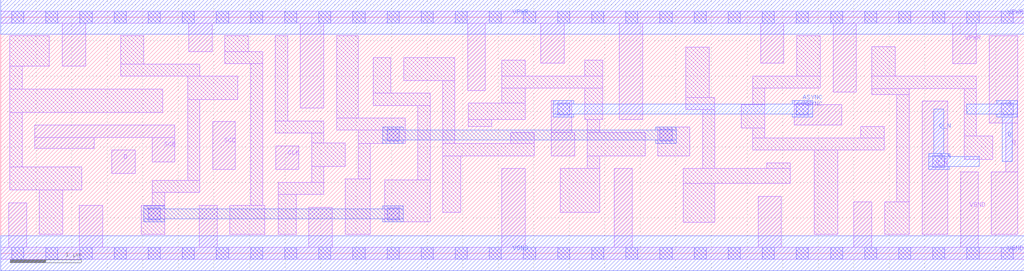
<source format=lef>
# Copyright 2020 The SkyWater PDK Authors
#
# Licensed under the Apache License, Version 2.0 (the "License");
# you may not use this file except in compliance with the License.
# You may obtain a copy of the License at
#
#     https://www.apache.org/licenses/LICENSE-2.0
#
# Unless required by applicable law or agreed to in writing, software
# distributed under the License is distributed on an "AS IS" BASIS,
# WITHOUT WARRANTIES OR CONDITIONS OF ANY KIND, either express or implied.
# See the License for the specific language governing permissions and
# limitations under the License.
#
# SPDX-License-Identifier: Apache-2.0

VERSION 5.7 ;
  NAMESCASESENSITIVE ON ;
  NOWIREEXTENSIONATPIN ON ;
  DIVIDERCHAR "/" ;
  BUSBITCHARS "[]" ;
UNITS
  DATABASE MICRONS 200 ;
END UNITS
MACRO sky130_fd_sc_lp__sregsbp_1
  CLASS CORE ;
  SOURCE USER ;
  FOREIGN sky130_fd_sc_lp__sregsbp_1 ;
  ORIGIN  0.000000  0.000000 ;
  SIZE  14.40000 BY  3.330000 ;
  SYMMETRY X Y R90 ;
  SITE unit ;
  PIN ASYNC
    ANTENNAGATEAREA  0.444000 ;
    DIRECTION INPUT ;
    USE SIGNAL ;
    PORT
      LAYER li1 ;
        RECT  7.745000 1.375000  8.075000 1.705000 ;
        RECT  7.745000 1.705000  8.035000 2.150000 ;
        RECT 11.165000 1.805000 11.835000 2.095000 ;
        RECT 11.165000 2.095000 11.395000 2.150000 ;
      LAYER mcon ;
        RECT  7.835000 1.950000  8.005000 2.120000 ;
        RECT 11.195000 1.950000 11.365000 2.120000 ;
      LAYER met1 ;
        RECT  7.775000 1.920000  8.065000 1.965000 ;
        RECT  7.775000 1.965000 11.425000 2.105000 ;
        RECT  7.775000 2.105000  8.065000 2.150000 ;
        RECT 11.135000 1.920000 11.425000 1.965000 ;
        RECT 11.135000 2.105000 11.425000 2.150000 ;
    END
  END ASYNC
  PIN D
    ANTENNAGATEAREA  0.126000 ;
    DIRECTION INPUT ;
    USE SIGNAL ;
    PORT
      LAYER li1 ;
        RECT 1.560000 1.125000 1.890000 1.455000 ;
    END
  END D
  PIN Q
    ANTENNADIFFAREA  0.598500 ;
    DIRECTION OUTPUT ;
    USE SIGNAL ;
    PORT
      LAYER li1 ;
        RECT 13.905000 1.835000 14.310000 3.065000 ;
        RECT 13.935000 0.265000 14.310000 1.145000 ;
        RECT 14.140000 1.145000 14.310000 1.835000 ;
      LAYER mcon ;
        RECT 14.075000 1.950000 14.245000 2.120000 ;
      LAYER met1 ;
        RECT 13.595000 1.965000 14.305000 2.105000 ;
        RECT 14.015000 1.920000 14.305000 1.965000 ;
        RECT 14.015000 2.105000 14.305000 2.150000 ;
        RECT 14.090000 1.295000 14.230000 1.920000 ;
    END
  END Q
  PIN Q_N
    ANTENNADIFFAREA  0.598500 ;
    DIRECTION OUTPUT ;
    USE SIGNAL ;
    PORT
      LAYER li1 ;
        RECT 12.965000 0.265000 13.325000 2.145000 ;
      LAYER mcon ;
        RECT 13.115000 1.210000 13.285000 1.380000 ;
      LAYER met1 ;
        RECT 13.055000 1.180000 13.345000 1.225000 ;
        RECT 13.055000 1.225000 13.765000 1.365000 ;
        RECT 13.055000 1.365000 13.345000 1.410000 ;
        RECT 13.130000 1.410000 13.270000 2.035000 ;
    END
  END Q_N
  PIN SCD
    ANTENNAGATEAREA  0.126000 ;
    DIRECTION INPUT ;
    USE SIGNAL ;
    PORT
      LAYER li1 ;
        RECT 2.980000 1.180000 3.300000 1.855000 ;
    END
  END SCD
  PIN SCE
    ANTENNAGATEAREA  0.252000 ;
    DIRECTION INPUT ;
    USE SIGNAL ;
    PORT
      LAYER li1 ;
        RECT 0.480000 1.475000 1.315000 1.635000 ;
        RECT 0.480000 1.635000 2.450000 1.805000 ;
        RECT 2.130000 1.285000 2.450000 1.635000 ;
    END
  END SCE
  PIN CLK
    ANTENNAGATEAREA  0.315000 ;
    DIRECTION INPUT ;
    USE CLOCK ;
    PORT
      LAYER li1 ;
        RECT 3.870000 1.180000 4.195000 1.515000 ;
    END
  END CLK
  PIN VGND
    DIRECTION INOUT ;
    USE GROUND ;
    PORT
      LAYER li1 ;
        RECT  0.000000 -0.085000 14.400000 0.085000 ;
        RECT  0.115000  0.085000  0.365000 0.710000 ;
        RECT  1.105000  0.085000  1.435000 0.675000 ;
        RECT  2.795000  0.085000  3.045000 0.675000 ;
        RECT  4.335000  0.085000  4.665000 0.650000 ;
        RECT  7.050000  0.085000  7.380000 1.195000 ;
        RECT  8.635000  0.085000  8.885000 1.195000 ;
        RECT 10.655000  0.085000 10.985000 0.805000 ;
        RECT 12.005000  0.085000 12.255000 0.725000 ;
        RECT 13.505000  0.085000 13.755000 1.145000 ;
      LAYER mcon ;
        RECT  0.155000 -0.085000  0.325000 0.085000 ;
        RECT  0.635000 -0.085000  0.805000 0.085000 ;
        RECT  1.115000 -0.085000  1.285000 0.085000 ;
        RECT  1.595000 -0.085000  1.765000 0.085000 ;
        RECT  2.075000 -0.085000  2.245000 0.085000 ;
        RECT  2.555000 -0.085000  2.725000 0.085000 ;
        RECT  3.035000 -0.085000  3.205000 0.085000 ;
        RECT  3.515000 -0.085000  3.685000 0.085000 ;
        RECT  3.995000 -0.085000  4.165000 0.085000 ;
        RECT  4.475000 -0.085000  4.645000 0.085000 ;
        RECT  4.955000 -0.085000  5.125000 0.085000 ;
        RECT  5.435000 -0.085000  5.605000 0.085000 ;
        RECT  5.915000 -0.085000  6.085000 0.085000 ;
        RECT  6.395000 -0.085000  6.565000 0.085000 ;
        RECT  6.875000 -0.085000  7.045000 0.085000 ;
        RECT  7.355000 -0.085000  7.525000 0.085000 ;
        RECT  7.835000 -0.085000  8.005000 0.085000 ;
        RECT  8.315000 -0.085000  8.485000 0.085000 ;
        RECT  8.795000 -0.085000  8.965000 0.085000 ;
        RECT  9.275000 -0.085000  9.445000 0.085000 ;
        RECT  9.755000 -0.085000  9.925000 0.085000 ;
        RECT 10.235000 -0.085000 10.405000 0.085000 ;
        RECT 10.715000 -0.085000 10.885000 0.085000 ;
        RECT 11.195000 -0.085000 11.365000 0.085000 ;
        RECT 11.675000 -0.085000 11.845000 0.085000 ;
        RECT 12.155000 -0.085000 12.325000 0.085000 ;
        RECT 12.635000 -0.085000 12.805000 0.085000 ;
        RECT 13.115000 -0.085000 13.285000 0.085000 ;
        RECT 13.595000 -0.085000 13.765000 0.085000 ;
        RECT 14.075000 -0.085000 14.245000 0.085000 ;
      LAYER met1 ;
        RECT 0.000000 -0.245000 14.400000 0.245000 ;
    END
  END VGND
  PIN VPWR
    DIRECTION INOUT ;
    USE POWER ;
    PORT
      LAYER li1 ;
        RECT  0.000000 3.245000 14.400000 3.415000 ;
        RECT  0.865000 2.635000  1.195000 3.245000 ;
        RECT  2.645000 2.845000  2.975000 3.245000 ;
        RECT  4.215000 2.045000  4.545000 3.245000 ;
        RECT  6.570000 2.295000  6.820000 3.245000 ;
        RECT  7.595000 2.680000  7.925000 3.245000 ;
        RECT  8.700000 1.885000  9.030000 3.245000 ;
        RECT 10.690000 2.680000 11.020000 3.245000 ;
        RECT 11.710000 2.275000 12.040000 3.245000 ;
        RECT 13.395000 2.675000 13.725000 3.245000 ;
      LAYER mcon ;
        RECT  0.155000 3.245000  0.325000 3.415000 ;
        RECT  0.635000 3.245000  0.805000 3.415000 ;
        RECT  1.115000 3.245000  1.285000 3.415000 ;
        RECT  1.595000 3.245000  1.765000 3.415000 ;
        RECT  2.075000 3.245000  2.245000 3.415000 ;
        RECT  2.555000 3.245000  2.725000 3.415000 ;
        RECT  3.035000 3.245000  3.205000 3.415000 ;
        RECT  3.515000 3.245000  3.685000 3.415000 ;
        RECT  3.995000 3.245000  4.165000 3.415000 ;
        RECT  4.475000 3.245000  4.645000 3.415000 ;
        RECT  4.955000 3.245000  5.125000 3.415000 ;
        RECT  5.435000 3.245000  5.605000 3.415000 ;
        RECT  5.915000 3.245000  6.085000 3.415000 ;
        RECT  6.395000 3.245000  6.565000 3.415000 ;
        RECT  6.875000 3.245000  7.045000 3.415000 ;
        RECT  7.355000 3.245000  7.525000 3.415000 ;
        RECT  7.835000 3.245000  8.005000 3.415000 ;
        RECT  8.315000 3.245000  8.485000 3.415000 ;
        RECT  8.795000 3.245000  8.965000 3.415000 ;
        RECT  9.275000 3.245000  9.445000 3.415000 ;
        RECT  9.755000 3.245000  9.925000 3.415000 ;
        RECT 10.235000 3.245000 10.405000 3.415000 ;
        RECT 10.715000 3.245000 10.885000 3.415000 ;
        RECT 11.195000 3.245000 11.365000 3.415000 ;
        RECT 11.675000 3.245000 11.845000 3.415000 ;
        RECT 12.155000 3.245000 12.325000 3.415000 ;
        RECT 12.635000 3.245000 12.805000 3.415000 ;
        RECT 13.115000 3.245000 13.285000 3.415000 ;
        RECT 13.595000 3.245000 13.765000 3.415000 ;
        RECT 14.075000 3.245000 14.245000 3.415000 ;
      LAYER met1 ;
        RECT 0.000000 3.085000 14.400000 3.575000 ;
    END
  END VPWR
  OBS
    LAYER li1 ;
      RECT  0.130000 0.890000  1.140000 1.220000 ;
      RECT  0.130000 1.220000  0.300000 1.985000 ;
      RECT  0.130000 1.985000  2.280000 2.315000 ;
      RECT  0.130000 2.315000  0.300000 2.635000 ;
      RECT  0.130000 2.635000  0.685000 3.065000 ;
      RECT  0.545000 0.265000  0.875000 0.890000 ;
      RECT  1.685000 2.495000  2.800000 2.665000 ;
      RECT  1.685000 2.665000  2.015000 3.065000 ;
      RECT  1.975000 0.265000  2.305000 0.675000 ;
      RECT  2.135000 0.675000  2.305000 0.855000 ;
      RECT  2.135000 0.855000  2.800000 1.025000 ;
      RECT  2.630000 1.025000  2.800000 2.165000 ;
      RECT  2.630000 2.165000  3.335000 2.495000 ;
      RECT  3.155000 2.675000  3.685000 2.845000 ;
      RECT  3.155000 2.845000  3.485000 3.065000 ;
      RECT  3.225000 0.265000  3.715000 0.675000 ;
      RECT  3.515000 0.675000  3.685000 2.675000 ;
      RECT  3.865000 1.695000  4.545000 1.865000 ;
      RECT  3.865000 1.865000  4.035000 3.065000 ;
      RECT  3.905000 0.265000  4.155000 0.830000 ;
      RECT  3.905000 0.830000  4.545000 1.000000 ;
      RECT  4.375000 1.000000  4.545000 1.225000 ;
      RECT  4.375000 1.225000  4.850000 1.555000 ;
      RECT  4.375000 1.555000  4.545000 1.695000 ;
      RECT  4.725000 1.735000  5.690000 1.905000 ;
      RECT  4.725000 1.905000  5.030000 3.065000 ;
      RECT  4.845000 0.265000  5.200000 1.045000 ;
      RECT  5.030000 1.045000  5.200000 1.550000 ;
      RECT  5.030000 1.550000  5.690000 1.735000 ;
      RECT  5.240000 2.085000  6.040000 2.255000 ;
      RECT  5.240000 2.255000  5.490000 2.755000 ;
      RECT  5.405000 0.440000  6.040000 1.035000 ;
      RECT  5.670000 2.435000  6.390000 2.755000 ;
      RECT  5.870000 1.035000  6.040000 2.085000 ;
      RECT  6.220000 0.575000  6.470000 1.375000 ;
      RECT  6.220000 1.375000  7.505000 1.545000 ;
      RECT  6.220000 1.545000  6.390000 2.435000 ;
      RECT  6.580000 1.785000  6.910000 1.885000 ;
      RECT  6.580000 1.885000  7.380000 2.115000 ;
      RECT  7.050000 2.115000  7.380000 2.330000 ;
      RECT  7.050000 2.330000  8.470000 2.500000 ;
      RECT  7.050000 2.500000  7.380000 2.725000 ;
      RECT  7.175000 1.545000  7.505000 1.705000 ;
      RECT  7.870000 0.575000  8.425000 1.195000 ;
      RECT  8.220000 1.885000  8.470000 2.330000 ;
      RECT  8.220000 2.500000  8.470000 2.725000 ;
      RECT  8.255000 1.195000  8.425000 1.375000 ;
      RECT  8.255000 1.375000  9.065000 1.705000 ;
      RECT  8.255000 1.705000  8.425000 1.885000 ;
      RECT  9.245000 1.375000  9.695000 1.780000 ;
      RECT  9.605000 0.435000 10.045000 0.985000 ;
      RECT  9.605000 0.985000 11.110000 1.195000 ;
      RECT  9.640000 2.025000 10.045000 2.195000 ;
      RECT  9.640000 2.195000  9.970000 2.905000 ;
      RECT  9.875000 1.195000 10.045000 2.025000 ;
      RECT 10.420000 1.765000 10.750000 2.095000 ;
      RECT 10.580000 1.455000 12.430000 1.625000 ;
      RECT 10.580000 1.625000 10.750000 1.765000 ;
      RECT 10.580000 2.095000 10.750000 2.330000 ;
      RECT 10.580000 2.330000 11.530000 2.500000 ;
      RECT 10.780000 1.195000 11.110000 1.275000 ;
      RECT 11.200000 2.500000 11.530000 3.065000 ;
      RECT 11.445000 0.265000 11.775000 1.455000 ;
      RECT 12.100000 1.625000 12.430000 1.785000 ;
      RECT 12.255000 2.235000 12.780000 2.325000 ;
      RECT 12.255000 2.325000 13.725000 2.495000 ;
      RECT 12.255000 2.495000 12.585000 2.915000 ;
      RECT 12.435000 0.265000 12.780000 0.725000 ;
      RECT 12.610000 0.725000 12.780000 2.235000 ;
      RECT 13.555000 1.325000 13.960000 1.655000 ;
      RECT 13.555000 1.655000 13.725000 2.325000 ;
    LAYER mcon ;
      RECT 2.075000 0.470000 2.245000 0.640000 ;
      RECT 5.435000 0.470000 5.605000 0.640000 ;
      RECT 5.435000 1.580000 5.605000 1.750000 ;
      RECT 9.275000 1.580000 9.445000 1.750000 ;
    LAYER met1 ;
      RECT 2.015000 0.440000 2.305000 0.485000 ;
      RECT 2.015000 0.485000 5.665000 0.625000 ;
      RECT 2.015000 0.625000 2.305000 0.670000 ;
      RECT 5.375000 0.440000 5.665000 0.485000 ;
      RECT 5.375000 0.625000 5.665000 0.670000 ;
      RECT 5.375000 1.550000 5.665000 1.595000 ;
      RECT 5.375000 1.595000 9.505000 1.735000 ;
      RECT 5.375000 1.735000 5.665000 1.780000 ;
      RECT 9.215000 1.550000 9.505000 1.595000 ;
      RECT 9.215000 1.735000 9.505000 1.780000 ;
  END
END sky130_fd_sc_lp__sregsbp_1

</source>
